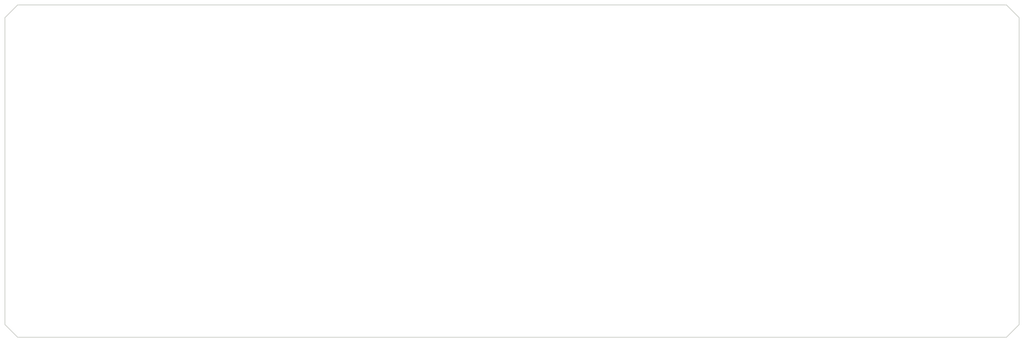
<source format=kicad_pcb>
(kicad_pcb (version 20211014) (generator pcbnew)

  (general
    (thickness 1.6062)
  )

  (paper "A4")
  (layers
    (0 "F.Cu" signal)
    (1 "In1.Cu" signal)
    (2 "In2.Cu" signal)
    (31 "B.Cu" signal)
    (32 "B.Adhes" user "B.Adhesive")
    (33 "F.Adhes" user "F.Adhesive")
    (34 "B.Paste" user)
    (35 "F.Paste" user)
    (36 "B.SilkS" user "B.Silkscreen")
    (37 "F.SilkS" user "F.Silkscreen")
    (38 "B.Mask" user)
    (39 "F.Mask" user)
    (40 "Dwgs.User" user "User.Drawings")
    (41 "Cmts.User" user "User.Comments")
    (42 "Eco1.User" user "User.Eco1")
    (43 "Eco2.User" user "User.Eco2")
    (44 "Edge.Cuts" user)
    (45 "Margin" user)
    (46 "B.CrtYd" user "B.Courtyard")
    (47 "F.CrtYd" user "F.Courtyard")
    (48 "B.Fab" user)
    (49 "F.Fab" user)
    (50 "User.1" user)
    (51 "User.2" user)
    (52 "User.3" user)
    (53 "User.4" user)
    (54 "User.5" user)
    (55 "User.6" user)
    (56 "User.7" user)
    (57 "User.8" user)
    (58 "User.9" user)
  )

  (setup
    (stackup
      (layer "F.SilkS" (type "Top Silk Screen") (color "White"))
      (layer "F.Paste" (type "Top Solder Paste"))
      (layer "F.Mask" (type "Top Solder Mask") (color "Black") (thickness 0.01))
      (layer "F.Cu" (type "copper") (thickness 0.035))
      (layer "dielectric 1" (type "prepreg") (thickness 0.2104) (material "FR4") (epsilon_r 4.5) (loss_tangent 0.02))
      (layer "In1.Cu" (type "copper") (thickness 0.0152))
      (layer "dielectric 2" (type "core") (thickness 1.065) (material "FR4") (epsilon_r 4.5) (loss_tangent 0.02))
      (layer "In2.Cu" (type "copper") (thickness 0.0152))
      (layer "dielectric 3" (type "prepreg") (thickness 0.2104) (material "FR4") (epsilon_r 4.5) (loss_tangent 0.02))
      (layer "B.Cu" (type "copper") (thickness 0.035))
      (layer "B.Mask" (type "Bottom Solder Mask") (color "Black") (thickness 0.01))
      (layer "B.Paste" (type "Bottom Solder Paste"))
      (layer "B.SilkS" (type "Bottom Silk Screen") (color "White"))
      (copper_finish "None")
      (dielectric_constraints no)
    )
    (pad_to_mask_clearance 0)
    (aux_axis_origin 126 81)
    (grid_origin 146 101)
    (pcbplotparams
      (layerselection 0x00010fc_ffffffff)
      (disableapertmacros false)
      (usegerberextensions false)
      (usegerberattributes true)
      (usegerberadvancedattributes true)
      (creategerberjobfile true)
      (svguseinch false)
      (svgprecision 6)
      (excludeedgelayer true)
      (plotframeref false)
      (viasonmask false)
      (mode 1)
      (useauxorigin false)
      (hpglpennumber 1)
      (hpglpenspeed 20)
      (hpglpendiameter 15.000000)
      (dxfpolygonmode true)
      (dxfimperialunits true)
      (dxfusepcbnewfont true)
      (psnegative false)
      (psa4output false)
      (plotreference true)
      (plotvalue true)
      (plotinvisibletext false)
      (sketchpadsonfab false)
      (subtractmaskfromsilk false)
      (outputformat 1)
      (mirror false)
      (drillshape 1)
      (scaleselection 1)
      (outputdirectory "")
    )
  )

  (net 0 "")

  (gr_poly
    (pts
      (xy 128 81.5)
      (xy 244 81.5)
      (xy 245.5 83)
      (xy 245.5 119)
      (xy 244 120.5)
      (xy 128 120.5)
      (xy 126.5 119)
      (xy 126.5 83)
    ) (layer "Edge.Cuts") (width 0.1) (fill none) (tstamp ae85af8d-0385-40e0-a15e-890a063431b3))
  (gr_circle (center 133.3 93.38) (end 133.3 92.11) (layer "User.1") (width 0.15) (fill none) (tstamp 002d9934-c8f6-4e33-bbc3-e9234f6189f4))
  (gr_circle (center 158.7 106.08) (end 158.7 104.81) (layer "User.1") (width 0.15) (fill none) (tstamp 023e83de-af62-4d05-a9a3-fa97a16d3291))
  (gr_circle (center 133.3 111.16) (end 133.3 109.89) (layer "User.1") (width 0.15) (fill none) (tstamp 028b0f3f-9b95-415f-9806-a2012f466759))
  (gr_circle (center 151.08 113.7) (end 152.35 113.7) (layer "User.1") (width 0.15) (fill none) (tstamp 04d8c0b9-fd28-4312-95c2-58e88c5ac9b0))
  (gr_circle (center 213.3 93.38) (end 213.3 92.11) (layer "User.1") (width 0.15) (fill none) (tstamp 058c4542-b4dc-4d61-a9ff-a04f45760538))
  (gr_circle (center 153.62 88.3) (end 154.89 88.3) (layer "User.1") (width 0.15) (fill none) (tstamp 076857b1-b885-4a0b-8db3-60dcff1d111c))
  (gr_rect (start 157.43 112.43) (end 159.97 89.57) (layer "User.1") (width 0.15) (fill none) (tstamp 07b1ed44-9a28-4334-8e8d-8bd4b53f5e8d))
  (gr_circle (center 193.62 88.3) (end 194.89 88.3) (layer "User.1") (width 0.15) (fill none) (tstamp 0873b673-9097-4506-813d-6ca3318e0e49))
  (gr_circle (center 146 88.3) (end 147.27 88.3) (layer "User.1") (width 0.15) (fill none) (tstamp 0a318eb1-a61a-42cf-b009-c5111886aae9))
  (gr_circle (center 218.38 88.3) (end 219.65 88.3) (layer "User.1") (width 0.15) (fill none) (tstamp 0cf8abe6-4767-407e-8920-8266baeb3500))
  (gr_circle (center 158.7 98.46) (end 158.7 97.19) (layer "User.1") (width 0.15) (fill none) (tstamp 0f080dfc-c990-4358-9955-cc56dfa127d9))
  (gr_circle (center 158.7 108.62) (end 158.7 107.35) (layer "User.1") (width 0.15) (fill none) (tstamp 0fa87829-a054-48e5-9f01-293522c3a902))
  (gr_circle (center 238.7 95.92) (end 238.7 94.65) (layer "User.1") (width 0.15) (fill none) (tstamp 12b4c51a-1595-459c-aead-fdcfdcf9661b))
  (gr_circle (center 198.7 108.62) (end 198.7 107.35) (layer "User.1") (width 0.15) (fill none) (tstamp 12e018d9-bf61-4922-b537-5dce006701d6))
  (gr_circle (center 146 113.7) (end 147.27 113.7) (layer "User.1") (width 0.15) (fill none) (tstamp 149e3321-4867-4c96-932a-aa4b94134f02))
  (gr_circle (center 173.3 106.08) (end 173.3 104.81) (layer "User.1") (width 0.15) (fill none) (tstamp 14bd52d6-d309-4c93-8a69-7bfa893c9fa4))
  (gr_circle (center 198.7 111.16) (end 198.7 109.89) (layer "User.1") (width 0.15) (fill none) (tstamp 189dd023-7623-4c5f-a5a7-0c32df952be6))
  (gr_circle (center 158.7 95.92) (end 158.7 94.65) (layer "User.1") (width 0.15) (fill none) (tstamp 1cce4635-2dc7-4081-841c-9950002cf8f4))
  (gr_circle (center 138.38 113.7) (end 139.65 113.7) (layer "User.1") (width 0.15) (fill none) (tstamp 2078dde6-d398-4942-9624-11a7540c015e))
  (gr_circle (center 215.84 88.3) (end 217.11 88.3) (layer "User.1") (width 0.15) (fill none) (tstamp 233a2849-c67a-4e89-8614-c46bebcf2a5c))
  (gr_circle (center 226 88.3) (end 227.27 88.3) (layer "User.1") (width 0.15) (fill none) (tstamp 24ca4f5b-7791-4df7-95ac-bee026e9115e))
  (gr_circle (center 158.7 111.16) (end 158.7 109.89) (layer "User.1") (width 0.15) (fill none) (tstamp 2876169e-b1c0-4fe0-9f2f-692cd4336b6b))
  (gr_circle (center 188.54 88.3) (end 189.81 88.3) (layer "User.1") (width 0.15) (fill none) (tstamp 28c33219-826f-4fd0-9590-41c461014511))
  (gr_circle (center 226 113.7) (end 227.27 113.7) (layer "User.1") (width 0.15) (fill none) (tstamp 29935db6-936f-4f5b-aa24-66242412e2fe))
  (gr_circle (center 213.3 101) (end 213.3 99.73) (layer "User.1") (width 0.15) (fill none) (tstamp 2ce03b35-aa00-4312-ab8c-311f096f680d))
  (gr_circle (center 186 88.3) (end 187.27 88.3) (layer "User.1") (width 0.15) (fill none) (tstamp 2fe549bb-e336-4a99-90af-7f353278cd75))
  (gr_circle (center 183.46 88.3) (end 184.73 88.3) (layer "User.1") (width 0.15) (fill none) (tstamp 3deef85d-fad1-4f10-9e7f-5cfbae98b510))
  (gr_circle (center 228.54 113.7) (end 229.81 113.7) (layer "User.1") (width 0.15) (fill none) (tstamp 3e5fb51f-9d3e-48e1-a529-6a22344781b6))
  (gr_rect (start 212.03 112.43) (end 214.57 89.57) (layer "User.1") (width 0.15) (fill none) (tstamp 44aae05b-77df-4bab-a2f5-a7b2dd8f386a))
  (gr_circle (center 135.84 88.3) (end 137.11 88.3) (layer "User.1") (width 0.15) (fill none) (tstamp 44fa9f65-2477-41eb-bd00-685a78d765d1))
  (gr_circle (center 173.3 98.46) (end 173.3 97.19) (layer "User.1") (width 0.15) (fill none) (tstamp 47116c51-9801-4cab-9da9-ac747247fb6d))
  (gr_circle (center 188.54 113.7) (end 189.81 113.7) (layer "User.1") (width 0.15) (fill none) (tstamp 47b3f2ba-7e52-41a0-909e-fa9af0f32383))
  (gr_circle (center 158.7 101) (end 158.7 99.73) (layer "User.1") (width 0.15) (fill none) (tstamp 4bbf8134-0015-49ac-9a22-521d8c5dcfe2))
  (gr_rect (start 174.57 87.03) (end 197.43 89.57) (layer "User.1") (width 0.15) (fill none) (tstamp 59468208-a8c6-49bb-b813-59e516079a92))
  (gr_circle (center 158.7 93.38) (end 158.7 92.11) (layer "User.1") (width 0.15) (fill none) (tstamp 5badb200-b537-4b1f-bcd7-e268c39a42cb))
  (gr_circle (center 191.08 88.3) (end 192.35 88.3) (layer "User.1") (width 0.15) (fill none) (tstamp 5cd3e572-1eeb-4d99-8828-5f85ee86778a))
  (gr_circle (center 198.7 103.54) (end 198.7 102.27) (layer "User.1") (width 0.15) (fill none) (tstamp 5e003c17-ddd0-4a84-bae4-115dbec842dd))
  (gr_circle (center 133.3 95.92) (end 133.3 94.65) (layer "User.1") (width 0.15) (fill none) (tstamp 5ece3abc-14df-4e17-aea3-74d7874b2172))
  (gr_circle (center 213.3 98.46) (end 213.3 97.19) (layer "User.1") (width 0.15) (fill none) (tstamp 607ae340-d1d7-4a9e-a095-fe8321790b35))
  (gr_circle (center 173.3 111.16) (end 173.3 109.89) (layer "User.1") (width 0.15) (fill none) (tstamp 61c0299f-496b-40f6-bb2e-f17cb3e660a6))
  (gr_circle (center 173.3 90.84) (end 173.3 89.57) (layer "User.1") (width 0.15) (fill none) (tstamp 67529e39-5a12-4e4d-a26f-6caef6e3d224))
  (gr_circle (center 148.54 113.7) (end 149.81 113.7) (layer "User.1") (width 0.15) (fill none) (tstamp 68da07ad-f184-46b8-81b5-0ab2e762cfa2))
  (gr_rect (start 172.03 112.43) (end 174.57 89.57) (layer "User.1") (width 0.15) (fill none) (tstamp 6a596e6a-3010-4e40-ac7c-b86783cab220))
  (gr_circle (center 140.92 88.3) (end 142.19 88.3) (layer "User.1") (width 0.15) (fill none) (tstamp 6affb22c-39ed-426b-b47f-6b5673049261))
  (gr_circle (center 133.3 106.08) (end 133.3 104.81) (layer "User.1") (width 0.15) (fill none) (tstamp 6cbe0dbf-de1b-4f78-a3bd-0e61028b2bd0))
  (gr_circle (center 213.3 106.08) (end 213.3 104.81) (layer "User.1") (width 0.15) (fill none) (tstamp 743c06d7-398a-4243-a619-06e1708ae533))
  (gr_circle (center 133.3 103.54) (end 133.3 102.27) (layer "User.1") (width 0.15) (fill none) (tstamp 7535a7f5-e263-48a8-9037-6f2fa1d8af9c))
  (gr_circle (center 238.7 101) (end 238.7 99.73) (layer "User.1") (width 0.15) (fill none) (tstamp 75411be5-49dd-4001-82e1-37225580afdf))
  (gr_circle (center 158.7 90.84) (end 158.7 89.57) (layer "User.1") (width 0.15) (fill none) (tstamp 7935eebc-b9ea-4d3b-8779-d785a97d723c))
  (gr_circle (center 175.84 113.7) (end 177.11 113.7) (layer "User.1") (width 0.15) (fill none) (tstamp 79b6caba-8a35-48dd-9a5c-ba2da95d0548))
  (gr_circle (center 173.3 103.54) (end 173.3 102.27) (layer "User.1") (width 0.15) (fill none) (tstamp 7a3606ba-1923-457e-9c03-bf8496c6cae2))
  (gr_rect (start 134.57 87.03) (end 157.43 89.57) (layer "User.1") (width 0.15) (fill none) (tstamp 7cb26442-f4ad-44e3-9b68-d4cce9e4f608))
  (gr_circle (center 180.92 88.3) (end 182.19 88.3) (layer "User.1") (width 0.15) (fill none) (tstamp 7fbc182b-8fb1-403c-bcae-f8241d9794bc))
  (gr_circle (center 196.16 113.7) (end 197.43 113.7) (layer "User.1") (width 0.15) (fill none) (tstamp 802c0dfc-f3fc-43cd-9058-5961cd2c1d81))
  (gr_circle (center 231.08 113.7) (end 232.35 113.7) (layer "User.1") (width 0.15) (fill none) (tstamp 838b4c7f-b6ed-4108-a677-154fce239ecf))
  (gr_circle (center 183.46 113.7) (end 184.73 113.7) (layer "User.1") (width 0.15) (fill none) (tstamp 84e55b9b-4af5-4ccf-a2e4-9b42fb387324))
  (gr_circle (center 238.7 106.08) (end 238.7 104.81) (layer "User.1") (width 0.15) (fill none) (tstamp 85931701-aafb-4595-9341-41ea055bfbf8))
  (gr_circle (center 213.3 90.84) (end 213.3 89.57) (layer "User.1") (width 0.15) (fill none) (tstamp 865e6975-f053-4535-8deb-d426b16e54c8))
  (gr_rect (start 214.57 87.03) (end 237.43 89.57) (layer "User.1") (width 0.15) (fill none) (tstamp 8a8698f5-9eef-469b-8024-9ec7522e1edf))
  (gr_circle (center 213.3 108.62) (end 213.3 107.35) (layer "User.1") (width 0.15) (fill none) (tstamp 8a9ab13b-6332-4b41-b4fa-d0941722e1ca))
  (gr_circle (center 213.3 103.54) (end 213.3 102.27) (layer "User.1") (width 0.15) (fill none) (tstamp 8ff70e53-1d41-4f58-8d9b-9e8cbb9394fc))
  (gr_circle (center 156.16 113.7) (end 157.43 113.7) (layer "User.1") (width 0.15) (fill none) (tstamp 9be582bc-40ea-4803-bfa0-585998db1641))
  (gr_circle (center 223.46 113.7) (end 224.73 113.7) (layer "User.1") (width 0.15) (fill none) (tstamp 9e6f6d5b-2aee-4d3a-bc54-d242807adace))
  (gr_circle (center 156.16 88.3) (end 157.43 88.3) (layer "User.1") (width 0.15) (fill none) (tstamp 9e8812a0-35e6-4a8e-8963-f33111361433))
  (gr_circle (center 178.38 88.3) (end 179.65 88.3) (layer "User.1") (width 0.15) (fill none) (tstamp a061e8e2-eb5d-46dc-a23f-f672eafd5cd1))
  (gr_circle (center 175.84 88.3) (end 177.11 88.3) (layer "User.1") (width 0.15) (fill none) (tstamp a1c9adc6-d71d-4f68-a4bf-54d2cf1fa191))
  (gr_circle (center 193.62 113.7) (end 194.89 113.7) (layer "User.1") (width 0.15) (fill none) (tstamp a5636ac6-7fb6-4d6d-87ad-69ed9a9c0cdc))
  (gr_circle (center 178.38 113.7) (end 179.65 113.7) (layer "User.1") (width 0.15) (fill none) (tstamp a5d9562d-2855-4df2-85ce-a6c70ea08f7b))
  (gr_circle (center 173.3 108.62) (end 173.3 107.35) (layer "User.1") (width 0.15) (fill none) (tstamp a74125fb-a09b-4553-883a-78266b2716c0))
  (gr_circle (center 158.7 103.54) (end 158.7 102.27) (layer "User.1") (width 0.15) (fill none) (tstamp a873b4ec-14ed-4f61-bb24-0bdc2f47ccc2))
  (gr_circle (center 213.3 111.16) (end 213.3 109.89) (layer "User.1") (width 0.15) (fill none) (tstamp aecce269-3dbd-4d3e-8b8d-069da310ffe0))
  (gr_circle (center 238.7 108.62) (end 238.7 107.35) (layer "User.1") (width 0.15) (fill none) (tstamp b28a7231-1dbc-4231-b4bb-f4b53c6c7838))
  (gr_rect (start 174.57 112.43) (end 197.43 114.97) (layer "User.1") (width 0.15) (fill none) (tstamp b329685d-d519-41c0-9aa7-5f33635e6336))
  (gr_circle (center 191.08 113.7) (end 192.35 113.7) (layer "User.1") (width 0.15) (fill none) (tstamp b5d062f2-25bf-42d3-a7dc-35d1daa3703b))
  (gr_circle (center 186 113.7) (end 187.27 113.7) (layer "User.1") (width 0.15) (fill none) (tstamp bb1f5e92-e85e-477d-9984-1c20fdd2a025))
  (gr_circle (center 213.3 95.92) (end 213.3 94.65) (layer "User.1") (width 0.15) (fill none) (tstamp bc9192b8-64f2-46e9-9293-98be5bbfe440))
  (gr_circle (center 133.3 98.46) (end 133.3 97.19) (layer "User.1") (width 0.15) (fill none) (tstamp bd0209be-e7ea-42a5-96b3-d808e4806df1))
  (gr_circle (center 198.7 90.84) (end 198.7 89.57) (layer "User.1") (width 0.15) (fill none) (tstamp be170511-a6a2-45e3-ab62-48c773153fab))
  (gr_circle (center 236.16 113.7) (end 237.43 113.7) (layer "User.1") (width 0.15) (fill none) (tstamp bf0a02ee-51a8-40a5-82c3-b107cf777440))
  (gr_circle (center 231.08 88.3) (end 232.35 88.3) (layer "User.1") (width 0.15) (fill none) (tstamp bfc4f0a7-a3f9-4e5b-8d69-4dce5c187712))
  (gr_circle (center 233.62 113.7) (end 234.89 113.7) (layer "User.1") (width 0.15) (fill none) (tstamp c0481c8f-57da-471a-81e9-3d01c3a0a09d))
  (gr_circle (center 218.38 113.7) (end 219.65 113.7) (layer "User.1") (width 0.15) (fill none) (tstamp c15dfccb-63c6-4537-b344-abd93f178c08))
  (gr_rect (start 132.03 112.43) (end 134.57 89.57) (layer "User.1") (width 0.15) (fill none) (tstamp c24d159b-5367-47b4-8355-4e8aa4aff730))
  (gr_circle (center 215.84 113.7) (end 217.11 113.7) (layer "User.1") (width 0.15) (fill none) (tstamp c51fb066-e5de-4e2f-9d66-08c7829f08da))
  (gr_circle (center 133.3 101) (end 133.3 99.73) (layer "User.1") (width 0.15) (fill none) (tstamp c8472d16-18c1-4c53-a380-ba42c968dc4f))
  (gr_circle (center 238.7 98.46) (end 238.7 97.19) (layer "User.1") (width 0.15) (fill none) (tstamp caeaa7f3-38c2-44e5-9765-fa16332f6048))
  (gr_circle (center 238.7 90.84) (end 238.7 89.57) (layer "User.1") (width 0.15) (fill none) (tstamp cbb48510-22f9-48a2-abab-13e0e5e52d63))
  (gr_circle (center 173.3 93.38) (end 173.3 92.11) (layer "User.1") (width 0.15) (fill none) (tstamp cc120185-20e5-4998-9e9e-31f75f3339f8))
  (gr_circle (center 238.7 93.38) (end 238.7 92.11) (layer "User.1") (width 0.15) (fill none) (tstamp cd65f29a-7c7c-453a-9049-200d464e98de))
  (gr_circle (center 140.92 113.7) (end 142.19 113.7) (layer "User.1") (width 0.15) (fill none) (tstamp cd7e8386-9233-4658-8804-b9f559c92d3a))
  (gr_rect (start 134.57 112.43) (end 157.43 114.97) (layer "User.1") (width 0.15) (fill none) (tstamp cfdd9c0d-cd37-439a-909d-b8a2edd51242))
  (gr_circle (center 133.3 108.62) (end 133.3 107.35) (layer "User.1") (width 0.15) (fill none) (tstamp d05f3ed3-02e5-403a-b38e-46d4cc9c20c5))
  (gr_circle (center 196.16 88.3) (end 197.43 88.3) (layer "User.1") (width 0.15) (fill none) (tstamp d20a6bed-f6c3-4c1b-8ef6-452ebd5d0a17))
  (gr_rect (start 237.43 112.43) (end 239.97 89.57) (layer "User.1") (width 0.15) (fill none) (tstamp d8d8e742-4c94-4444-bf1c-662b02fc4216))
  (gr_circle (center 180.92 113.7) (end 182.19 113.7) (layer "User.1") (width 0.15) (fill none) (tstamp d9550584-01f3-412c-8fbd-bfd3f243276e))
  (gr_circle (center 151.08 88.3) (end 152.35 88.3) (layer "User.1") (width 0.15) (fill none) (tstamp d9a6595b-93c6-4120-9036-60ddaba5e740))
  (gr_circle (center 143.46 113.7) (end 144.73 113.7) (layer "User.1") (width 0.15) (fill none) (tstamp da0b77f4-2fe0-45a0-972c-c860bad039b8))
  (gr_circle (center 220.92 88.3) (end 222.19 88.3) (layer "User.1") (width 0.15) (fill none) (tstamp ddcf6c8e-f227-47cf-a70c-60f43b292f6a))
  (gr_circle (center 238.7 103.54) (end 238.7 102.27) (layer "User.1") (width 0.15) (fill none) (tstamp def17f8b-269b-4068-8522-bf558f0442ec))
  (gr_rect (start 197.43 112.43) (end 199.97 89.57) (layer "User.1") (width 0.15) (fill none) (tstamp dfadb04f-1e3e-48fd-b285-a82166be0353))
  (gr_circle (center 228.54 88.3) (end 229.81 88.3) (layer "User.1") (width 0.15) (fill none) (tstamp dff27367-2b82-4e4b-b78f-6283c54c7911))
  (gr_circle (center 238.7 111.16) (end 238.7 109.89) (layer "User.1") (width 0.15) (fill none) (tstamp e13a4115-c61e-41f7-853b-357626e6ced2))
  (gr_circle (center 173.3 101) (end 173.3 99.73) (layer "User.1") (width 0.15) (fill none) (tstamp e370fb16-078c-407d-a2d3-a0bf51485ca0))
  (gr_circle (center 133.3 90.84) (end 133.3 89.57) (layer "User.1") (width 0.15) (fill none) (tstamp e415ddc3-c0dc-4555-9b92-4db24d3eff2a))
  (gr_circle (center 236.16 88.3) (end 237.43 88.3) (layer "User.1") (width 0.15) (fill none) (tstamp e7e4b34f-4a9d-4962-9ebf-3e032ac78ef6))
  (gr_circle (center 143.46 88.3) (end 144.73 88.3) (layer "User.1") (width 0.15) (fill none) (tstamp e88a8610-76d0-4116-8deb-41226f89eed9))
  (gr_circle (center 198.7 106.08) (end 198.7 104.81) (layer "User.1") (width 0.15) (fill none) (tstamp e89f584b-1111-4186-ae21-d60ff5726edf))
  (gr_circle (center 173.3 95.92) (end 173.3 94.65) (layer "User.1") (width 0.15) (fill none) (tstamp e8e3abc9-0bc4-499c-92bf-65f4dfd6ce55))
  (gr_circle (center 198.7 95.92) (end 198.7 94.65) (layer "User.1") (width 0.15) (fill none) (tstamp e970044b-c972-4764-8090-4efb1fa02fad))
  (gr_rect (start 214.57 112.43) (end 237.43 114.97) (layer "User.1") (width 0.15) (fill none) (tstamp e9933bc5-ad7d-4137-a356-95b21f82a7e9))
  (gr_circle (center 138.38 88.3) (end 139.65 88.3) (layer "User.1") (width 0.15) (fill none) (tstamp ea411cba-c717-419a-b472-28a0a978c8f5))
  (gr_circle (center 198.7 98.46) (end 198.7 97.19) (layer "User.1") (width 0.15) (fill none) (tstamp ea86c840-7a7c-4c0b-8fbb-d0ac6c5a5a22))
  (gr_circle (center 233.62 88.3) (end 234.89 88.3) (layer "User.1") (width 0.15) (fill none) (tstamp ea9380ae-a9f1-4d5b-b667-61f79d365959))
  (gr_circle (center 223.46 88.3) (end 224.73 88.3) (layer "User.1") (width 0.15) (fill none) (tstamp eaf232cc-4f86-44b9-b17a-a428b50267e1))
  (gr_circle (center 148.54 88.3) (end 149.81 88.3) (layer "User.1") (width 0.15) (fill none) (tstamp ee2f96be-c55e-4f5c-bf83-f64f42267ff8))
  (gr_circle (center 198.7 101) (end 198.7 99.73) (layer "User.1") (width 0.15) (fill none) (tstamp f1494f36-1384-4407-b992-55792b1d7b82))
  (gr_circle (center 135.84 113.7) (end 137.11 113.7) (layer "User.1") (width 0.15) (fill none) (tstamp f26cffa6-7cc2-4003-abc4-95d98abc5125))
  (gr_circle (center 220.92 113.7) (end 222.19 113.7) (layer "User.1") (width 0.15) (fill none) (tstamp f35f653c-d6cd-48eb-ac1e-a1ad0a97eb92))
  (gr_circle (center 198.7 93.38) (end 198.7 92.11) (layer "User.1") (width 0.15) (fill none) (tstamp f739958e-cd02-4af0-9264-b38b7eee6f3b))
  (gr_circle (center 153.62 113.7) (end 154.89 113.7) (layer "User.1") (width 0.15) (fill none) (tstamp f8065909-de93-43f0-8e29-9be17bb14eaf))
  (gr_rect (start 126 81) (end 166 121) (layer "User.8") (width 0.15) (fill none) (tstamp 1c83bd42-0034-452f-984c-359e4b56b0ac))
  (gr_rect (start 206 81) (end 246 121) (layer "User.8") (width 0.15) (fill none) (tstamp 9b467b28-1cfd-4886-b244-48d503a31c31))
  (gr_rect (start 166 81) (end 206 121) (layer "User.8") (width 0.15) (fill none) (tstamp c317bd55-effe-4526-8bb5-b15eee11e102))
  (gr_text "SCL" (at 148.54 85.061428 270) (layer "User.1") (tstamp 00d84f7f-e019-43ee-a6f7-42af0584c70b)
    (effects (font (size 1.5 1) (thickness 0.2)))
  )
  (gr_text "SCLK" (at 193.62 117.867143 90) (layer "User.1") (tstamp 023581d9-51c7-46ed-a7df-64b192573448)
    (effects (font (size 1.5 1) (thickness 0.2)))
  )
  (gr_text "SCL" (at 209.394762 98.46) (layer "User.1") (tstamp 028643ff-d5cb-463f-9d98-c53c2f91b301)
    (effects (font (size 1.5 1) (thickness 0.2)))
  )
  (gr_text "GND" (at 242.37 90.84) (layer "User.1") (tstamp 035a7d70-303d-445a-9b3a-14eddedb53c1)
    (effects (font (size 1.5 1) (thickness 0.2)))
  )
  (gr_text "SDA" (at 186 117.390952 90) (layer "User.1") (tstamp 037358e1-ebe3-49bb-917e-dedba94aa0f9)
    (effects (font (size 1.5 1) (thickness 0.2)))
  )
  (gr_text "GPIO" (at 209.01381 95.92) (layer "User.1") (tstamp 08b21af6-9ec8-454f-a1c3-0c65226f75b8)
    (effects (font (size 1.5 1) (thickness 0.2)))
  )
  (gr_text "SDA" (at 242.250953 101) (layer "User.1") (tstamp 0c7e4e42-b338-47b6-b16d-f39b489f9e69)
    (effects (font (size 1.5 1) (thickness 0.2)))
  )
  (gr_text "SCLK" (at 168.894762 108.62) (layer "User.1") (tstamp 0d43635d-8652-49ce-9887-dd20feaebc3e)
    (effects (font (size 1.5 1) (thickness 0.2)))
  )
  (gr_text "SCL" (at 129.394762 98.46) (layer "User.1") (tstamp 12290910-e1c4-4f12-a089-9b99be24c1fc)
    (effects (font (size 1.5 1) (thickness 0.2)))
  )
  (gr_text "MISO" (at 151.08 117.795714 90) (layer "User.1") (tstamp 14eb863b-9320-40b7-bcfb-2820753e6985)
    (effects (font (size 1.5 1) (thickness 0.2)))
  )
  (gr_text "GND" (at 233.62 84.918571 270) (layer "User.1") (tstamp 15e4394a-3c83-427b-bb0e-678322668a24)
    (effects (font (size 1.5 1) (thickness 0.2)))
  )
  (gr_text "GPIO" (at 140.92 117.748095 90) (layer "User.1") (tstamp 17d5c74d-93f8-4091-b7ac-e6caff4897b2)
    (effects (font (size 1.5 1) (thickness 0.2)))
  )
  (gr_text "Vcc" (at 175.84 117.271905 90) (layer "User.1") (tstamp 17e518d0-d4aa-4814-9afd-04c9a56f1e8a)
    (effects (font (size 1.5 1) (thickness 0.2)))
  )
  (gr_text "SDA" (at 146 85.037619 270) (layer "User.1") (tstamp 1e5a9261-1a2d-468e-87ac-6aadc251e151)
    (effects (font (size 1.5 1) (thickness 0.2)))
  )
  (gr_text "Vcc" (at 162.131905 111.16) (layer "User.1") (tstamp 1e8f8ce2-b17c-4b64-8fa7-6f1492c0551e)
    (effects (font (size 1.5 1) (thickness 0.2)))
  )
  (gr_text "SCL" (at 183.46 117.367143 90) (layer "User.1") (tstamp 1fe9bf20-cf98-44bd-96cd-f69e63b7522d)
    (effects (font (size 1.5 1) (thickness 0.2)))
  )
  (gr_text "SDA" (at 129.370953 101) (layer "User.1") (tstamp 23b8c23a-2853-40c3-a53a-30fd914fa018)
    (effects (font (size 1.5 1) (thickness 0.2)))
  )
  (gr_text "MISO" (at 128.966191 106.08) (layer "User.1") (tstamp 24485594-06f1-4f4f-813a-edf2c9ea9d9c)
    (effects (font (size 1.5 1) (thickness 0.2)))
  )
  (gr_text "MOSI" (at 208.966191 103.54) (layer "User.1") (tstamp 26a163cb-d7bb-40d5-9fb3-537871d2b229)
    (effects (font (size 1.5 1) (thickness 0.2)))
  )
  (gr_text "Vcc" (at 209.49 90.84) (layer "User.1") (tstamp 27f4b253-ed85-4b98-8d83-064c0eb2ca31)
    (effects (font (size 1.5 1) (thickness 0.2)))
  )
  (gr_text "SDA" (at 162.250953 101) (layer "User.1") (tstamp 2bfbe799-3f9f-4879-91b2-b68af38a849c)
    (effects (font (size 1.5 1) (thickness 0.2)))
  )
  (gr_text "Vcc" (at 169.49 90.84) (layer "User.1") (tstamp 2c9ef2f3-71c2-4dd5-a6bb-87edd7e29840)
    (effects (font (size 1.5 1) (thickness 0.2)))
  )
  (gr_text "GND" (at 202.37 108.62) (layer "User.1") (tstamp 32e895a5-7135-4ee4-abe1-aba9160e05ef)
    (effects (font (size 1.5 1) (thickness 0.2)))
  )
  (gr_text "SCL" (at 169.394762 98.46) (layer "User.1") (tstamp 374c9924-c1c5-4d40-aa25-3bfbc3ac0b32)
    (effects (font (size 1.5 1) (thickness 0.2)))
  )
  (gr_text "MOSI" (at 242.655715 98.46) (layer "User.1") (tstamp 38731e5c-9cae-45a6-b3dd-e7bc3a17e9d9)
    (effects (font (size 1.5 1) (thickness 0.2)))
  )
  (gr_text "GND" (at 153.62 84.918571 270) (layer "User.1") (tstamp 398c083a-543b-4a7e-af36-8162e3176b7a)
    (effects (font (size 1.5 1) (thickness 0.2)))
  )
  (gr_text "MOSI" (at 202.655715 98.46) (layer "User.1") (tstamp 39bff96d-f57d-40d7-98f7-2830945771e5)
    (effects (font (size 1.5 1) (thickness 0.2)))
  )
  (gr_text "SCL" (at 188.54 85.061428 270) (layer "User.1") (tstamp 4219f946-aefe-4b62-a771-b6fbf26fc2d4)
    (effects (font (size 1.5 1) (thickness 0.2)))
  )
  (gr_text "GND" (at 193.62 84.918571 270) (layer "User.1") (tstamp 449b0ae7-c909-4bbf-bf5e-7aa4bcf65465)
    (effects (font (size 1.5 1) (thickness 0.2)))
  )
  (gr_text "SCLK" (at 242.727143 93.38) (layer "User.1") (tstamp 4a4af3c2-67d7-4d89-aed2-e14a0d0eb35e)
    (effects (font (size 1.5 1) (thickness 0.2)))
  )
  (gr_text "MISO" (at 168.966191 106.08) (layer "User.1") (tstamp 4d353018-b77d-4fb1-a7c4-980c7a25605b)
    (effects (font (size 1.5 1) (thickness 0.2)))
  )
  (gr_text "MOSI" (at 143.46 84.632857 270) (layer "User.1") (tstamp 534a6fd7-2291-45d2-aedb-05a2b291fa9e)
    (effects (font (size 1.5 1) (thickness 0.2)))
  )
  (gr_text "MISO" (at 208.966191 106.08) (layer "User.1") (tstamp 557ca4da-be9c-49a8-a54f-6afd260d9cf5)
    (effects (font (size 1.5 1) (thickness 0.2)))
  )
  (gr_text "Vcc" (at 242.131905 111.16) (layer "User.1") (tstamp 5946ef4a-313e-4e46-99eb-c04581eeffa4)
    (effects (font (size 1.5 1) (thickness 0.2)))
  )
  (gr_text "GND" (at 202.37 90.84) (layer "User.1") (tstamp 5bb678cb-e445-49ad-a572-3044ac46600a)
    (effects (font (size 1.5 1) (thickness 0.2)))
  )
  (gr_text "GND" (at 215.84 84.918571 270) (layer "User.1") (tstamp 5f7902c3-247b-4abc-9fa5-29f51b649010)
    (effects (font (size 1.5 1) (thickness 0.2)))
  )
  (gr_text "GND" (at 156.16 117.51 90) (layer "User.1") (tstamp 5f9e0c87-7085-4be2-b4d2-fe0c138ddc54)
    (effects (font (size 1.5 1) (thickness 0.2)))
  )
  (gr_text "Vcc" (at 129.49 90.84) (layer "User.1") (tstamp 633aafcb-e7f5-4f49-b90e-2af365a07e52)
    (effects (font (size 1.5 1) (thickness 0.2)))
  )
  (gr_text "GND" (at 162.37 108.62) (layer "User.1") (tstamp 64fc2e66-2059-4563-a207-07d8616ff941)
    (effects (font (size 1.5 1) (thickness 0.2)))
  )
  (gr_text "SDA" (at 186 85.037619 270) (layer "User.1") (tstamp 653ba4a9-5091-45e6-a78a-83728900ec86)
    (effects (font (size 1.5 1) (thickness 0.2)))
  )
  (gr_text "MOSI" (at 228.54 117.795714 90) (layer "User.1") (tstamp 6814c384-1b6a-46a9-8a53-114cab68f7ac)
    (effects (font (size 1.5 1) (thickness 0.2)))
  )
  (gr_text "MISO" (at 220.92 84.632857 270) (layer "User.1") (tstamp 6866b4bb-6187-4f1f-8e85-653a3408cbcd)
    (effects (font (size 1.5 1) (thickness 0.2)))
  )
  (gr_text "SCLK" (at 162.727143 93.38) (layer "User.1") (tstamp 69bf5cfc-e633-4146-96ae-dfa77f9d20a4)
    (effects (font (size 1.5 1) (thickness 0.2)))
  )
  (gr_text "SCLK" (at 208.894762 108.62) (layer "User.1") (tstamp 6c3dee1e-249e-49b4-9247-34446b983411)
    (effects (font (size 1.5 1) (thickness 0.2)))
  )
  (gr_text "Vcc" (at 135.84 117.271905 90) (layer "User.1") (tstamp 6c608c13-3af0-4f88-b421-9eb1b57171f0)
    (effects (font (size 1.5 1) (thickness 0.2)))
  )
  (gr_text "GND" (at 178.38 117.51 90) (layer "User.1") (tstamp 6ffc724f-0782-41c5-823f-91cd80a2f323)
    (effects (font (size 1.5 1) (thickness 0.2)))
  )
  (gr_text "GND" (at 209.251905 93.38) (layer "User.1") (tstamp 720c35b1-ebe8-4ae5-9bf4-1a3721e4143a)
    (effects (font (size 1.5 1) (thickness 0.2)))
  )
  (gr_text "Vcc" (at 215.84 117.271905 90) (layer "User.1") (tstamp 726df890-346e-4b11-9f3a-ad756346305f)
    (effects (font (size 1.5 1) (thickness 0.2)))
  )
  (gr_text "MISO" (at 180.92 84.632857 270) (layer "User.1") (tstamp 72c26104-2a78-4643-8199-3d21dd3ab1d8)
    (effects (font (size 1.5 1) (thickness 0.2)))
  )
  (gr_text "MOSI" (at 162.655715 98.46) (layer "User.1") (tstamp 7647c44c-c873-41f1-8d0e-0d9f1c0ad5e7)
    (effects (font (size 1.5 1) (thickness 0.2)))
  )
  (gr_text "SCL" (at 228.54 85.061428 270) (layer "User.1") (tstamp 7ad17cf2-77c0-4991-95cd-ca9cc0281183)
    (effects (font (size 1.5 1) (thickness 0.2)))
  )
  (gr_text "GPIO" (at 151.08 84.680476 270) (layer "User.1") (tstamp 81b27742-cf6e-4d80-bc89-6e63b90fc87e)
    (effects (font (size 1.5 1) (thickness 0.2)))
  )
  (gr_text "GPIO" (at 129.01381 95.92) (layer "User.1") (tstamp 8797612e-14ed-44eb-a090-2a8aad427753)
    (effects (font (size 1.5 1) (thickness 0.2)))
  )
  (gr_text "GND" (at 218.38 117.51 90) (layer "User.1") (tstamp 8ae5d30b-eed0-40eb-86a3-dcbabe8bf6b2)
    (effects (font (size 1.5 1) (thickness 0.2)))
  )
  (gr_text "MISO" (at 191.08 117.795714 90) (layer "User.1") (tstamp 8ee1fd80-1d2d-4cf8-ba6d-e0aedeab93af)
    (effects (font (size 1.5 1) (thickness 0.2)))
  )
  (gr_text "Vcc" (at 202.131905 111.16) (layer "User.1") (tstamp 91677192-ade7-4ec9-83bf-acfe3414bf26)
    (effects (font (size 1.5 1) (thickness 0.2)))
  )
  (gr_text "GPIO" (at 231.08 84.680476 270) (layer "User.1") (tstamp 94d93262-06be-45be-905e-f8e217727ce9)
    (effects (font (size 1.5 1) (thickness 0.2)))
  )
  (gr_text "SCL" (at 242.227143 103.54) (layer "User.1") (tstamp 98950eef-afb0-44d7-b8a8-207f83ee4146)
    (effects (font (size 1.5 1) (thickness 0.2)))
  )
  (gr_text "GND" (at 175.84 84.918571 270) (layer "User.1") (tstamp 9d24da44-83bf-4c4b-a316-8c8cca7c0c38)
    (effects (font (size 1.5 1) (thickness 0.2)))
  )
  (gr_text "SCLK" (at 138.38 84.561428 270) (layer "User.1") (tstamp 9e192c3c-4868-46fd-95df-fe3024dab556)
    (effects (font (size 1.5 1) (thickness 0.2)))
  )
  (gr_text "SDA" (at 209.370953 101) (layer "User.1") (tstamp 9f29643f-724a-4f8b-b38d-057ff9df1ea4)
    (effects (font (size 1.5 1) (thickness 0.2)))
  )
  (gr_text "MISO" (at 231.08 117.795714 90) (layer "User.1") (tstamp a2130536-9f1b-45c0-a688-f6992da7e418)
    (effects (font (size 1.5 1) (thickness 0.2)))
  )
  (gr_text "SCL" (at 223.46 117.367143 90) (layer "User.1") (tstamp a2440561-8a85-46f2-a161-6c567f02a3fc)
    (effects (font (size 1.5 1) (thickness 0.2)))
  )
  (gr_text "GND" (at 135.84 84.918571 270) (layer "User.1") (tstamp a4e40831-f196-49bf-9cc1-2543da57796f)
    (effects (font (size 1.5 1) (thickness 0.2)))
  )
  (gr_text "GND" (at 162.37 90.84) (layer "User.1") (tstamp a81f4c46-d378-4466-83b6-4344c989b8aa)
    (effects (font (size 1.5 1) (thickness 0.2)))
  )
  (gr_text "GPIO" (at 202.608096 106.08) (layer "User.1") (tstamp a975b89c-7c8f-4ede-962d-25b29dec0a3d)
    (effects (font (size 1.5 1) (thickness 0.2)))
  )
  (gr_text "GND" (at 129.251905 111.16) (layer "User.1") (tstamp aa344668-cce5-43ad-a8ee-d46a709d4349)
    (effects (font (size 1.5 1) (thickness 0.2)))
  )
  (gr_text "MOSI" (at 183.46 84.632857 270) (layer "User.1") (tstamp b07fa8cf-aaee-4b32-922b-589fe4195be2)
    (effects (font (size 1.5 1) (thickness 0.2)))
  )
  (gr_text "GPIO" (at 242.608096 106.08) (layer "User.1") (tstamp b0869cc8-5130-491f-bf5b-bdce30f13dcb)
    (effects (font (size 1.5 1) (thickness 0.2)))
  )
  (gr_text "MISO" (at 162.655715 95.92) (layer "User.1") (tstamp b116ab13-f13d-44e5-bfff-a98e71fb3005)
    (effects (font (size 1.5 1) (thickness 0.2)))
  )
  (gr_text "SCLK" (at 128.894762 108.62) (layer "User.1") (tstamp b3781123-3187-48a3-85dc-d86e4def0d6a)
    (effects (font (size 1.5 1) (thickness 0.2)))
  )
  (gr_text "SCL" (at 202.227143 103.54) (layer "User.1") (tstamp b9a79cf5-1d1e-493f-b16c-8bea4f193787)
    (effects (font (size 1.5 1) (thickness 0.2)))
  )
  (gr_text "SCL" (at 143.46 117.367143 90) (layer "User.1") (tstamp ba7e4c01-b49f-4f75-81b0-e07a7dcbc254)
    (effects (font (size 1.5 1) (thickness 0.2)))
  )
  (gr_text "MOSI" (at 168.966191 103.54) (layer "User.1") (tstamp bc89db98-6c17-4ef9-a944-83f2cda0c9af)
    (effects (font (size 1.5 1) (thickness 0.2)))
  )
  (gr_text "SCL" (at 162.227143 103.54) (layer "User.1") (tstamp be26a336-afa5-4bd0-a09c-4d49fd861063)
    (effects (font (size 1.5 1) (thickness 0.2)))
  )
  (gr_text "Vcc" (at 156.16 85.156666 270) (layer "User.1") (tstamp beb14b88-6059-4458-8fae-c6f945561b2e)
    (effects (font (size 1.5 1) (thickness 0.2)))
  )
  (gr_text "SCLK" (at 233.62 117.867143 90) (layer "User.1") (tstamp c0180fa2-74ce-492f-b69e-1210c7ea1656)
    (effects (font (size 1.5 1) (thickness 0.2)))
  )
  (gr_text "MOSI" (at 223.46 84.632857 270) (layer "User.1") (tstamp c032371c-a879-4a05-bca6-bcb080cbc717)
    (effects (font (size 1.5 1) (thickness 0.2)))
  )
  (gr_text "GND" (at 169.251905 93.38) (layer "User.1") (tstamp c3b57da4-df7d-42b9-be60-21a4cd3c5ff6)
    (effects (font (size 1.5 1) (thickness 0.2)))
  )
  (gr_text "SDA" (at 226 117.390952 90) (layer "User.1") (tstamp c3bbf582-eceb-4b6c-9cf2-d5d44a5b9888)
    (effects (font (size 1.5 1) (thickness 0.2)))
  )
  (gr_text "GND" (at 196.16 117.51 90) (layer "User.1") (tstamp c7f53435-c171-4227-a600-0e1506520aaa)
    (effects (font (size 1.5 1) (thickness 0.2)))
  )
  (gr_text "SCLK" (at 218.38 84.561428 270) (layer "User.1") (tstamp cd00ef1b-96f6-43ee-b090-6c23048bd625)
    (effects (font (size 1.5 1) (thickness 0.2)))
  )
  (gr_text "MOSI" (at 128.966191 103.54) (layer "User.1") (tstamp d190d7a3-7bf5-42db-8c6f-15b2790a1189)
    (effects (font (size 1.5 1) (thickness 0.2)))
  )
  (gr_text "SDA" (at 169.370953 101) (layer "User.1") (tstamp d561487b-59c4-4d91-9166-87dc571a9f47)
    (effects (font (size 1.5 1) (thickness 0.2)))
  )
  (gr_text "GPIO" (at 162.608096 106.08) (layer "User.1") (tstamp d65786d8-a5ff-437f-a9de-ccf21d718cdd)
    (effects (font (size 1.5 1) (thickness 0.2)))
  )
  (gr_text "GPIO" (at 180.92 117.748095 90) (layer "User.1") (tstamp d818346b-4435-48ee-bdd8-57b8bbb7786d)
    (effects (font (size 1.5 1) (thickness 0.2)))
  )
  (gr_text "Vcc" (at 196.16 85.156666 270) (layer "User.1") (tstamp d8951e10-f044-4a4f-834b-7b6b29d854c6)
    (effects (font (size 1.5 1) (thickness 0.2)))
  )
  (gr_text "MOSI" (at 188.54 117.795714 90) (layer "User.1") (tstamp d9411217-abde-4655-87fb-9b335133fb41)
    (effects (font (size 1.5 1) (thickness 0.2)))
  )
  (gr_text "SDA" (at 226 85.037619 270) (layer "User.1") (tstamp db2a1d47-2c11-4f41-940f-4249350d3577)
    (effects (font (size 1.5 1) (thickness 0.2)))
  )
  (gr_text "MISO" (at 242.655715 95.92) (layer "User.1") (tstamp dba30084-0a49-4f69-9504-17bd1e420229)
    (effects (font (size 1.5 1) (thickness 0.2)))
  )
  (gr_text "MISO" (at 140.92 84.632857 270) (layer "User.1") (tstamp dcd94cb2-89ab-4b48-ac77-4ae3c4ab9610)
    (effects (font (size 1.5 1) (thickness 0.2)))
  )
  (gr_text "SCLK" (at 202.727143 93.38) (layer "User.1") (tstamp de18bcf2-c492-4512-bc3a-b5542abd268c)
    (effects (font (size 1.5 1) (thickness 0.2)))
  )
  (gr_text "GPIO" (at 169.01381 95.92) (layer "User.1") (tstamp df82c174-696d-4f32-b8fe-b13e34615b7f)
    (effects (font (size 1.5 1) (thickness 0.2)))
  )
  (gr_text "GND" (at 242.37 108.62) (layer "User.1") (tstamp e95b63bb-a315-462a-bfd9-ad877b54a230)
    (effects (font (size 1.5 1) (thickness 0.2)))
  )
  (gr_text "GND" (at 209.251905 111.16) (layer "User.1") (tstamp ea6be574-6de2-4075-9167-4478411d9dff)
    (effects (font (size 1.5 1) (thickness 0.2)))
  )
  (gr_text "SCLK" (at 178.38 84.561428 270) (layer "User.1") (tstamp eb1ab3a0-6836-4d0d-88e6-b2175d4d1e0d)
    (effects (font (size 1.5 1) (thickness 0.2)))
  )
  (gr_text "SDA" (at 146 117.390952 90) (layer "User.1") (tstamp ec882588-38e9-4b96-ba2f-e00a762357f3)
    (effects (font (size 1.5 1) (thickness 0.2)))
  )
  (gr_text "GPIO" (at 191.08 84.680476 270) (layer "User.1") (tstamp ee56a749-ea9d-4b85-9048-7994ab27ba09)
    (effects (font (size 1.5 1) (thickness 0.2)))
  )
  (gr_text "GND" (at 169.251905 111.16) (layer "User.1") (tstamp ef33661d-2f82-424a-9125-c9ff32a63f7b)
    (effects (font (size 1.5 1) (thickness 0.2)))
  )
  (gr_text "MOSI" (at 148.54 117.795714 90) (layer "User.1") (tstamp f254e24e-739a-4b0e-ba6a-40bb5c8df93f)
    (effects (font (size 1.5 1) (thickness 0.2)))
  )
  (gr_text "GND" (at 129.251905 93.38) (layer "User.1") (tstamp f44cc862-d425-4144-8846-d84278a3c917)
    (effects (font (size 1.5 1) (thickness 0.2)))
  )
  (gr_text "Vcc" (at 236.16 85.156666 270) (layer "User.1") (tstamp f505529a-03fe-4c40-885c-1cc181956061)
    (effects (font (size 1.5 1) (thickness 0.2)))
  )
  (gr_text "GPIO" (at 220.92 117.748095 90) (layer "User.1") (tstamp f5c31fbe-1f16-4b08-88be-f3a526b6bf43)
    (effects (font (size 1.5 1) (thickness 0.2)))
  )
  (gr_text "SDA" (at 202.250953 101) (layer "User.1") (tstamp f80bdc71-979f-46e6-9ef0-b33811ef3773)
    (effects (font (size 1.5 1) (thickness 0.2)))
  )
  (gr_text "MISO" (at 202.655715 95.92) (layer "User.1") (tstamp f92973c6-fc06-4db9-b87d-b6bf53920047)
    (effects (font (size 1.5 1) (thickness 0.2)))
  )
  (gr_text "GND" (at 236.16 117.51 90) (layer "User.1") (tstamp fd1a8d93-cc26-4957-901b-21bf2c63fe5a)
    (effects (font (size 1.5 1) (thickness 0.2)))
  )
  (gr_text "SCLK" (at 153.62 117.867143 90) (layer "User.1") (tstamp fd6f4b2d-5eea-4884-90d8-74a86766ae4e)
    (effects (font (size 1.5 1) (thickness 0.2)))
  )
  (gr_text "GND" (at 138.38 117.51 90) (layer "User.1") (tstamp fef37495-1c7d-474c-ba11-d084926782f2)
    (effects (font (size 1.5 1) (thickness 0.2)))
  )

  (group "" (id 08801def-bd7e-4125-9716-072ff8641cdc)
    (members
      14bd52d6-d309-4c93-8a69-7bfa893c9fa4
      47116c51-9801-4cab-9da9-ac747247fb6d
      61c0299f-496b-40f6-bb2e-f17cb3e660a6
      67529e39-5a12-4e4d-a26f-6caef6e3d224
      6a596e6a-3010-4e40-ac7c-b86783cab220
      7a3606ba-1923-457e-9c03-bf8496c6cae2
      a74125fb-a09b-4553-883a-78266b2716c0
      cc120185-20e5-4998-9e9e-31f75f3339f8
      e370fb16-078c-407d-a2d3-a0bf51485ca0
      e8e3abc9-0bc4-499c-92bf-65f4dfd6ce55
    )
  )
  (group "" (id 08d6152b-d27b-454b-96a6-cd83d5d4355e)
    (members
      04d8c0b9-fd28-4312-95c2-58e88c5ac9b0
      149e3321-4867-4c96-932a-aa4b94134f02
      2078dde6-d398-4942-9624-11a7540c015e
      68da07ad-f184-46b8-81b5-0ab2e762cfa2
      9be582bc-40ea-4803-bfa0-585998db1641
      cd7e8386-9233-4658-8804-b9f559c92d3a
      cfdd9c0d-cd37-439a-909d-b8a2edd51242
      da0b77f4-2fe0-45a0-972c-c860bad039b8
      f26cffa6-7cc2-4003-abc4-95d98abc5125
      f8065909-de93-43f0-8e29-9be17bb14eaf
    )
  )
  (group "" (id 11ceb65f-66a9-4f5b-bad6-f9e625811606)
    (members
      076857b1-b885-4a0b-8db3-60dcff1d111c
      0a318eb1-a61a-42cf-b009-c5111886aae9
      44fa9f65-2477-41eb-bd00-685a78d765d1
      6affb22c-39ed-426b-b47f-6b5673049261
      7cb26442-f4ad-44e3-9b68-d4cce9e4f608
      9e8812a0-35e6-4a8e-8963-f33111361433
      d9a6595b-93c6-4120-9036-60ddaba5e740
      e88a8610-76d0-4116-8deb-41226f89eed9
      ea411cba-c717-419a-b472-28a0a978c8f5
      ee2f96be-c55e-4f5c-bf83-f64f42267ff8
    )
  )
  (group "" (id 55029ae9-ef2f-419b-bf00-1de7ffef98d5)
    (members
      12e018d9-bf61-4922-b537-5dce006701d6
      189dd023-7623-4c5f-a5a7-0c32df952be6
      5e003c17-ddd0-4a84-bae4-115dbec842dd
      be170511-a6a2-45e3-ab62-48c773153fab
      dfadb04f-1e3e-48fd-b285-a82166be0353
      e89f584b-1111-4186-ae21-d60ff5726edf
      e970044b-c972-4764-8090-4efb1fa02fad
      ea86c840-7a7c-4c0b-8fbb-d0ac6c5a5a22
      f1494f36-1384-4407-b992-55792b1d7b82
      f739958e-cd02-4af0-9264-b38b7eee6f3b
    )
  )
  (group "" (id 665a3421-7274-458a-81b3-ceac7b199d58)
    (members
      29935db6-936f-4f5b-aa24-66242412e2fe
      3e5fb51f-9d3e-48e1-a529-6a22344781b6
      838b4c7f-b6ed-4108-a677-154fce239ecf
      9e6f6d5b-2aee-4d3a-bc54-d242807adace
      bf0a02ee-51a8-40a5-82c3-b107cf777440
      c0481c8f-57da-471a-81e9-3d01c3a0a09d
      c15dfccb-63c6-4537-b344-abd93f178c08
      c51fb066-e5de-4e2f-9d66-08c7829f08da
      e9933bc5-ad7d-4137-a356-95b21f82a7e9
      f35f653c-d6cd-48eb-ac1e-a1ad0a97eb92
    )
  )
  (group "" (id 732a6ef0-8018-4a4b-bc72-992876021f58)
    (members
      0873b673-9097-4506-813d-6ca3318e0e49
      28c33219-826f-4fd0-9590-41c461014511
      2fe549bb-e336-4a99-90af-7f353278cd75
      3deef85d-fad1-4f10-9e7f-5cfbae98b510
      59468208-a8c6-49bb-b813-59e516079a92
      5cd3e572-1eeb-4d99-8828-5f85ee86778a
      7fbc182b-8fb1-403c-bcae-f8241d9794bc
      a061e8e2-eb5d-46dc-a23f-f672eafd5cd1
      a1c9adc6-d71d-4f68-a4bf-54d2cf1fa191
      d20a6bed-f6c3-4c1b-8ef6-452ebd5d0a17
    )
  )
  (group "" (id 77c1d2cc-3392-4a07-9674-5dd3fba87463)
    (members
      023e83de-af62-4d05-a9a3-fa97a16d3291
      07b1ed44-9a28-4334-8e8d-8bd4b53f5e8d
      0f080dfc-c990-4358-9955-cc56dfa127d9
      0fa87829-a054-48e5-9f01-293522c3a902
      1cce4635-2dc7-4081-841c-9950002cf8f4
      2876169e-b1c0-4fe0-9f2f-692cd4336b6b
      4bbf8134-0015-49ac-9a22-521d8c5dcfe2
      5badb200-b537-4b1f-bcd7-e268c39a42cb
      7935eebc-b9ea-4d3b-8779-d785a97d723c
      a873b4ec-14ed-4f61-bb24-0bdc2f47ccc2
    )
  )
  (group "" (id 85a24844-948b-4d09-ace6-99abe64bd93c)
    (members
      002d9934-c8f6-4e33-bbc3-e9234f6189f4
      028b0f3f-9b95-415f-9806-a2012f466759
      5ece3abc-14df-4e17-aea3-74d7874b2172
      6cbe0dbf-de1b-4f78-a3bd-0e61028b2bd0
      7535a7f5-e263-48a8-9037-6f2fa1d8af9c
      bd0209be-e7ea-42a5-96b3-d808e4806df1
      c24d159b-5367-47b4-8355-4e8aa4aff730
      c8472d16-18c1-4c53-a380-ba42c968dc4f
      d05f3ed3-02e5-403a-b38e-46d4cc9c20c5
      e415ddc3-c0dc-4555-9b92-4db24d3eff2a
    )
  )
  (group "" (id 8884c01b-7c02-4eee-81f0-3f44ebff0a99)
    (members
      12b4c51a-1595-459c-aead-fdcfdcf9661b
      75411be5-49dd-4001-82e1-37225580afdf
      85931701-aafb-4595-9341-41ea055bfbf8
      b28a7231-1dbc-4231-b4bb-f4b53c6c7838
      caeaa7f3-38c2-44e5-9765-fa16332f6048
      cbb48510-22f9-48a2-abab-13e0e5e52d63
      cd65f29a-7c7c-453a-9049-200d464e98de
      d8d8e742-4c94-4444-bf1c-662b02fc4216
      def17f8b-269b-4068-8522-bf558f0442ec
      e13a4115-c61e-41f7-853b-357626e6ced2
    )
  )
  (group "" (id a3f5ee48-7377-4671-bc72-8bf4bfbd602b)
    (members
      47b3f2ba-7e52-41a0-909e-fa9af0f32383
      79b6caba-8a35-48dd-9a5c-ba2da95d0548
      802c0dfc-f3fc-43cd-9058-5961cd2c1d81
      84e55b9b-4af5-4ccf-a2e4-9b42fb387324
      a5636ac6-7fb6-4d6d-87ad-69ed9a9c0cdc
      a5d9562d-2855-4df2-85ce-a6c70ea08f7b
      b329685d-d519-41c0-9aa7-5f33635e6336
      b5d062f2-25bf-42d3-a7dc-35d1daa3703b
      bb1f5e92-e85e-477d-9984-1c20fdd2a025
      d9550584-01f3-412c-8fbd-bfd3f243276e
    )
  )
  (group "" (id d9e38bdf-0eac-402f-be52-00126b348af4)
    (members
      058c4542-b4dc-4d61-a9ff-a04f45760538
      2ce03b35-aa00-4312-ab8c-311f096f680d
      44aae05b-77df-4bab-a2f5-a7b2dd8f386a
      607ae340-d1d7-4a9e-a095-fe8321790b35
      743c06d7-398a-4243-a619-06e1708ae533
      865e6975-f053-4535-8deb-d426b16e54c8
      8a9ab13b-6332-4b41-b4fa-d0941722e1ca
      8ff70e53-1d41-4f58-8d9b-9e8cbb9394fc
      aecce269-3dbd-4d3e-8b8d-069da310ffe0
      bc9192b8-64f2-46e9-9293-98be5bbfe440
    )
  )
  (group "" (id e3303108-662b-43f8-a00c-a66d9d25db4f)
    (members
      0cf8abe6-4767-407e-8920-8266baeb3500
      233a2849-c67a-4e89-8614-c46bebcf2a5c
      24ca4f5b-7791-4df7-95ac-bee026e9115e
      8a8698f5-9eef-469b-8024-9ec7522e1edf
      bfc4f0a7-a3f9-4e5b-8d69-4dce5c187712
      ddcf6c8e-f227-47cf-a70c-60f43b292f6a
      dff27367-2b82-4e4b-b78f-6283c54c7911
      e7e4b34f-4a9d-4962-9ebf-3e032ac78ef6
      ea9380ae-a9f1-4d5b-b667-61f79d365959
      eaf232cc-4f86-44b9-b17a-a428b50267e1
    )
  )
)

</source>
